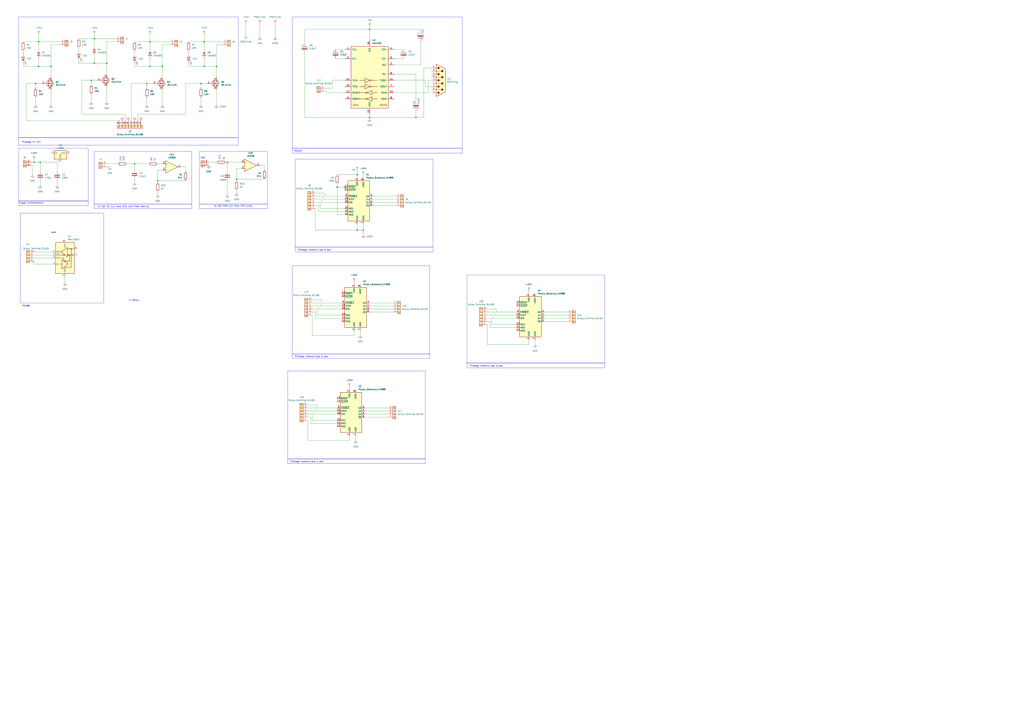
<source format=kicad_sch>
(kicad_sch (version 20231120) (generator "eeschema") (generator_version "8.0")
  (paper "A1")
  (title_block (title "Pilotage EV 24V / Pompe") (date "2024-06-20") (company "Integra Metering ") (comment 1 "Amine Hatibi"))
  (junction (at 177.8 54.61))
  (junction (at 186.69 133.35))
  (junction (at 303.53 96.52))
  (junction (at 293.37 143.51))
  (junction (at 123.19 54.61))
  (junction (at 120.65 68.58))
  (junction (at 41.91 54.61))
  (junction (at 123.19 34.29))
  (junction (at 77.47 52.07))
  (junction (at 77.47 31.75))
  (junction (at 129.54 148.59))
  (junction (at 29.21 68.58))
  (junction (at 194.31 147.32))
  (junction (at 110.49 134.62))
  (junction (at 74.93 66.04))
  (junction (at 165.1 68.58))
  (junction (at 31.75 34.29))
  (junction (at 341.63 96.52))
  (junction (at 276.86 153.67))
  (junction (at 303.53 24.13))
  (junction (at 33.02 133.35))
  (junction (at 283.21 153.67))
  (junction (at 27.94 133.35))
  (junction (at 87.63 52.07))
  (junction (at 31.75 54.61))
  (junction (at 167.64 34.29))
  (junction (at 293.37 189.23))
  (junction (at 133.35 54.61))
  (junction (at 298.45 189.23))
  (junction (at 167.64 54.61))
  (wire (pts (xy 255.27 342.9) (xy 252.73 342.9)))
  (wire (pts (xy 167.64 34.29) (xy 182.88 34.29)))
  (wire (pts (xy 265.43 161.29) (xy 259.08 161.29)))
  (wire (pts (xy 260.35 259.08) (xy 260.35 254)))
  (wire (pts (xy 290.83 271.78) (xy 290.83 275.59)))
  (wire (pts (xy 102.87 99.06) (xy 102.87 93.98)))
  (wire (pts (xy 298.45 189.23) (xy 293.37 189.23)))
  (wire (pts (xy 110.49 147.32) (xy 110.49 149.86)))
  (wire (pts (xy 87.63 71.12) (xy 87.63 83.82)))
  (wire (pts (xy 403.86 261.62) (xy 400.05 261.62)))
  (wire (pts (xy 293.37 184.15) (xy 293.37 189.23)))
  (wire (pts (xy 283.21 66.04) (xy 273.05 66.04)))
  (wire (pts (xy 283.21 161.29) (xy 266.7 161.29)))
  (wire (pts (xy 260.35 254) (xy 256.54 254)))
  (wire (pts (xy 256.54 345.44) (xy 256.54 340.36)))
  (wire (pts (xy 194.31 158.75) (xy 194.31 156.21)))
  (wire (pts (xy 110.49 41.91) (xy 110.49 44.45)))
  (wire (pts (xy 77.47 52.07) (xy 77.47 45.72)))
  (wire (pts (xy 306.07 163.83) (xy 325.12 163.83)))
  (wire (pts (xy 275.59 48.26) (xy 283.21 48.26)))
  (wire (pts (xy 123.19 54.61) (xy 133.35 54.61)))
  (wire (pts (xy 41.91 73.66) (xy 41.91 86.36)))
  (wire (pts (xy 264.16 248.92) (xy 264.16 246.38)))
  (wire (pts (xy 25.4 135.89) (xy 26.67 135.89)))
  (wire (pts (xy 33.02 133.35) (xy 33.02 140.97)))
  (wire (pts (xy 262.89 166.37) (xy 259.08 166.37)))
  (wire (pts (xy 129.54 160.02) (xy 129.54 157.48)))
  (wire (pts (xy 152.4 137.16) (xy 152.4 140.97)))
  (wire (pts (xy 77.47 52.07) (xy 87.63 52.07)))
  (wire (pts (xy 290.83 275.59) (xy 256.54 275.59)))
  (wire (pts (xy 167.64 34.29) (xy 167.64 40.64)))
  (wire (pts (xy 27.94 209.55) (xy 43.18 209.55)))
  (wire (pts (xy 250.19 43.18) (xy 250.19 96.52)))
  (wire (pts (xy 293.37 189.23) (xy 259.08 189.23)))
  (wire (pts (xy 347.98 55.88) (xy 347.98 96.52)))
  (wire (pts (xy 323.85 53.34) (xy 345.44 53.34)))
  (wire (pts (xy 167.64 54.61) (xy 177.8 54.61)))
  (wire (pts (xy 46.99 133.35) (xy 46.99 140.97)))
  (wire (pts (xy 177.8 36.83) (xy 177.8 54.61)))
  (wire (pts (xy 201.93 19.05) (xy 201.93 29.21)))
  (wire (pts (xy 323.85 66.04) (xy 349.25 66.04)))
  (wire (pts (xy 250.19 24.13) (xy 250.19 35.56)))
  (wire (pts (xy 154.94 52.07) (xy 154.94 54.61)))
  (wire (pts (xy 110.49 54.61) (xy 123.19 54.61)))
  (wire (pts (xy 256.54 275.59) (xy 256.54 259.08)))
  (wire (pts (xy 447.04 259.08) (xy 466.09 259.08)))
  (wire (pts (xy 129.54 139.7) (xy 129.54 148.59)))
  (wire (pts (xy 267.97 74.93) (xy 266.7 74.93)))
  (wire (pts (xy 165.1 68.58) (xy 165.1 72.39)))
  (wire (pts (xy 64.77 49.53) (xy 64.77 52.07)))
  (wire (pts (xy 198.12 138.43) (xy 194.31 138.43)))
  (wire (pts (xy 287.02 358.14) (xy 287.02 361.95)))
  (wire (pts (xy 407.67 254) (xy 400.05 254)))
  (wire (pts (xy 347.98 96.52) (xy 341.63 96.52)))
  (wire (pts (xy 259.08 337.82) (xy 259.08 335.28)))
  (wire (pts (xy 107.95 68.58) (xy 120.65 68.58)))
  (wire (pts (xy 167.64 27.94) (xy 167.64 34.29)))
  (wire (pts (xy 303.53 24.13) (xy 250.19 24.13)))
  (wire (pts (xy 323.85 40.64) (xy 331.47 40.64)))
  (wire (pts (xy 186.69 148.59) (xy 186.69 160.02)))
  (wire (pts (xy 133.35 36.83) (xy 133.35 54.61)))
  (wire (pts (xy 26.67 135.89) (xy 26.67 143.51)))
  (wire (pts (xy 21.59 99.06) (xy 97.79 99.06)))
  (wire (pts (xy 129.54 148.59) (xy 152.4 148.59)))
  (wire (pts (xy 299.72 340.36) (xy 318.77 340.36)))
  (wire (pts (xy 113.03 93.98) (xy 152.4 93.98)))
  (wire (pts (xy 351.79 66.04) (xy 354.33 66.04)))
  (wire (pts (xy 303.53 93.98) (xy 303.53 96.52)))
  (wire (pts (xy 290.83 231.14) (xy 290.83 233.68)))
  (wire (pts (xy 295.91 271.78) (xy 295.91 275.59)))
  (wire (pts (xy 424.18 261.62) (xy 405.13 261.62)))
  (wire (pts (xy 341.63 96.52) (xy 303.53 96.52)))
  (wire (pts (xy 27.94 217.17) (xy 43.18 217.17)))
  (wire (pts (xy 341.63 60.96) (xy 341.63 83.82)))
  (wire (pts (xy 303.53 254) (xy 322.58 254)))
  (wire (pts (xy 129.54 134.62) (xy 133.35 134.62)))
  (wire (pts (xy 276.86 340.36) (xy 257.81 340.36)))
  (wire (pts (xy 167.64 54.61) (xy 167.64 48.26)))
  (wire (pts (xy 299.72 335.28) (xy 318.77 335.28)))
  (wire (pts (xy 252.73 361.95) (xy 252.73 345.44)))
  (wire (pts (xy 25.4 133.35) (xy 27.94 133.35)))
  (wire (pts (xy 120.65 80.01) (xy 120.65 86.36)))
  (wire (pts (xy 177.8 54.61) (xy 177.8 63.5)))
  (wire (pts (xy 29.21 68.58) (xy 34.29 68.58)))
  (wire (pts (xy 77.47 31.75) (xy 77.47 38.1)))
  (wire (pts (xy 259.08 335.28) (xy 252.73 335.28)))
  (wire (pts (xy 276.86 151.13) (xy 276.86 153.67)))
  (wire (pts (xy 306.07 161.29) (xy 325.12 161.29)))
  (wire (pts (xy 262.89 171.45) (xy 262.89 166.37)))
  (wire (pts (xy 21.59 99.06) (xy 21.59 68.58)))
  (wire (pts (xy 298.45 189.23) (xy 298.45 193.04)))
  (wire (pts (xy 276.86 153.67) (xy 283.21 153.67)))
  (wire (pts (xy 345.44 34.29) (xy 345.44 53.34)))
  (wire (pts (xy 171.45 133.35) (xy 177.8 133.35)))
  (wire (pts (xy 256.54 340.36) (xy 252.73 340.36)))
  (wire (pts (xy 303.53 24.13) (xy 345.44 24.13)))
  (wire (pts (xy 213.36 135.89) (xy 217.17 135.89)))
  (wire (pts (xy 264.16 166.37) (xy 264.16 163.83)))
  (wire (pts (xy 107.95 99.06) (xy 107.95 68.58)))
  (wire (pts (xy 276.86 143.51) (xy 293.37 143.51)))
  (wire (pts (xy 354.33 55.88) (xy 347.98 55.88)))
  (wire (pts (xy 303.53 251.46) (xy 322.58 251.46)))
  (wire (pts (xy 19.05 54.61) (xy 31.75 54.61)))
  (wire (pts (xy 74.93 66.04) (xy 80.01 66.04)))
  (wire (pts (xy 95.25 34.29) (xy 87.63 34.29)))
  (wire (pts (xy 434.34 238.76) (xy 434.34 241.3)))
  (wire (pts (xy 276.86 153.67) (xy 276.86 176.53)))
  (wire (pts (xy 154.94 34.29) (xy 167.64 34.29)))
  (wire (pts (xy 64.77 39.37) (xy 64.77 41.91)))
  (wire (pts (xy 447.04 264.16) (xy 466.09 264.16)))
  (wire (pts (xy 299.72 342.9) (xy 318.77 342.9)))
  (wire (pts (xy 400.05 283.21) (xy 400.05 266.7)))
  (wire (pts (xy 165.1 80.01) (xy 165.1 86.36)))
  (wire (pts (xy 303.53 33.02) (xy 303.53 24.13)))
  (wire (pts (xy 276.86 335.28) (xy 260.35 335.28)))
  (wire (pts (xy 262.89 251.46) (xy 262.89 248.92)))
  (wire (pts (xy 110.49 134.62) (xy 121.92 134.62)))
  (wire (pts (xy 287.02 361.95) (xy 252.73 361.95)))
  (wire (pts (xy 280.67 248.92) (xy 264.16 248.92)))
  (wire (pts (xy 406.4 259.08) (xy 406.4 256.54)))
  (wire (pts (xy 267.97 76.2) (xy 267.97 74.93)))
  (wire (pts (xy 264.16 246.38) (xy 256.54 246.38)))
  (wire (pts (xy 261.62 173.99) (xy 261.62 168.91)))
  (wire (pts (xy 133.35 54.61) (xy 133.35 63.5)))
  (wire (pts (xy 27.94 207.01) (xy 43.18 207.01)))
  (wire (pts (xy 186.69 133.35) (xy 186.69 140.97)))
  (wire (pts (xy 27.94 130.81) (xy 27.94 133.35)))
  (wire (pts (xy 280.67 259.08) (xy 260.35 259.08)))
  (wire (pts (xy 349.25 71.12) (xy 354.33 71.12)))
  (wire (pts (xy 46.99 148.59) (xy 46.99 152.4)))
  (wire (pts (xy 49.53 36.83) (xy 41.91 36.83)))
  (wire (pts (xy 21.59 68.58) (xy 29.21 68.58)))
  (wire (pts (xy 31.75 54.61) (xy 31.75 48.26)))
  (wire (pts (xy 194.31 147.32) (xy 194.31 148.59)))
  (wire (pts (xy 120.65 68.58) (xy 125.73 68.58)))
  (wire (pts (xy 283.21 171.45) (xy 262.89 171.45)))
  (wire (pts (xy 31.75 34.29) (xy 31.75 27.94)))
  (wire (pts (xy 276.86 347.98) (xy 255.27 347.98)))
  (wire (pts (xy 287.02 317.5) (xy 287.02 320.04)))
  (wire (pts (xy 27.94 212.09) (xy 43.18 212.09)))
  (wire (pts (xy 276.86 337.82) (xy 259.08 337.82)))
  (wire (pts (xy 41.91 36.83) (xy 41.91 54.61)))
  (wire (pts (xy 303.53 248.92) (xy 322.58 248.92)))
  (wire (pts (xy 213.36 19.05) (xy 213.36 30.48)))
  (wire (pts (xy 265.43 163.83) (xy 265.43 161.29)))
  (wire (pts (xy 341.63 91.44) (xy 341.63 96.52)))
  (wire (pts (xy 280.67 251.46) (xy 262.89 251.46)))
  (wire (pts (xy 33.02 133.35) (xy 46.99 133.35)))
  (wire (pts (xy 283.21 76.2) (xy 267.97 76.2)))
  (wire (pts (xy 283.21 176.53) (xy 276.86 176.53)))
  (wire (pts (xy 102.87 93.98) (xy 67.31 93.98)))
  (wire (pts (xy 31.75 54.61) (xy 41.91 54.61)))
  (wire (pts (xy 123.19 34.29) (xy 139.7 34.29)))
  (wire (pts (xy 120.65 68.58) (xy 120.65 72.39)))
  (wire (pts (xy 293.37 143.51) (xy 293.37 146.05)))
  (wire (pts (xy 434.34 279.4) (xy 434.34 283.21)))
  (wire (pts (xy 306.07 166.37) (xy 325.12 166.37)))
  (wire (pts (xy 139.7 36.83) (xy 133.35 36.83)))
  (wire (pts (xy 27.94 133.35) (xy 33.02 133.35)))
  (wire (pts (xy 434.34 283.21) (xy 400.05 283.21)))
  (wire (pts (xy 293.37 139.7) (xy 293.37 143.51)))
  (wire (pts (xy 424.18 259.08) (xy 406.4 259.08)))
  (wire (pts (xy 41.91 54.61) (xy 41.91 63.5)))
  (wire (pts (xy 29.21 80.01) (xy 29.21 86.36)))
  (wire (pts (xy 31.75 34.29) (xy 49.53 34.29)))
  (wire (pts (xy 402.59 264.16) (xy 400.05 264.16)))
  (wire (pts (xy 280.67 261.62) (xy 259.08 261.62)))
  (wire (pts (xy 104.14 134.62) (xy 110.49 134.62)))
  (wire (pts (xy 424.18 256.54) (xy 407.67 256.54)))
  (wire (pts (xy 349.25 66.04) (xy 349.25 71.12)))
  (wire (pts (xy 186.69 133.35) (xy 198.12 133.35)))
  (wire (pts (xy 407.67 256.54) (xy 407.67 254)))
  (wire (pts (xy 74.93 77.47) (xy 74.93 83.82)))
  (wire (pts (xy 27.94 217.17) (xy 27.94 214.63)))
  (wire (pts (xy 345.44 26.67) (xy 345.44 24.13)))
  (wire (pts (xy 276.86 345.44) (xy 256.54 345.44)))
  (wire (pts (xy 266.7 161.29) (xy 266.7 158.75)))
  (wire (pts (xy 194.31 138.43) (xy 194.31 147.32)))
  (wire (pts (xy 283.21 153.67) (xy 283.21 156.21)))
  (wire (pts (xy 406.4 256.54) (xy 400.05 256.54)))
  (wire (pts (xy 323.85 60.96) (xy 341.63 60.96)))
  (wire (pts (xy 226.06 19.05) (xy 226.06 30.48)))
  (wire (pts (xy 323.85 48.26) (xy 331.47 48.26)))
  (wire (pts (xy 280.67 254) (xy 261.62 254)))
  (wire (pts (xy 87.63 134.62) (xy 96.52 134.62)))
  (wire (pts (xy 154.94 41.91) (xy 154.94 44.45)))
  (wire (pts (xy 405.13 261.62) (xy 405.13 259.08)))
  (wire (pts (xy 182.88 36.83) (xy 177.8 36.83)))
  (wire (pts (xy 403.86 266.7) (xy 403.86 261.62)))
  (wire (pts (xy 261.62 168.91) (xy 259.08 168.91)))
  (wire (pts (xy 303.53 96.52) (xy 303.53 97.79)))
  (wire (pts (xy 113.03 99.06) (xy 113.03 93.98)))
  (wire (pts (xy 87.63 34.29) (xy 87.63 52.07)))
  (wire (pts (xy 123.19 27.94) (xy 123.19 34.29)))
  (wire (pts (xy 129.54 148.59) (xy 129.54 149.86)))
  (wire (pts (xy 148.59 137.16) (xy 152.4 137.16)))
  (wire (pts (xy 447.04 261.62) (xy 466.09 261.62)))
  (wire (pts (xy 264.16 163.83) (xy 259.08 163.83)))
  (wire (pts (xy 255.27 347.98) (xy 255.27 342.9)))
  (wire (pts (xy 33.02 148.59) (xy 33.02 152.4)))
  (wire (pts (xy 123.19 34.29) (xy 123.19 40.64)))
  (wire (pts (xy 298.45 184.15) (xy 298.45 189.23)))
  (wire (pts (xy 303.53 256.54) (xy 322.58 256.54)))
  (wire (pts (xy 259.08 261.62) (xy 259.08 256.54)))
  (wire (pts (xy 87.63 52.07) (xy 87.63 60.96)))
  (wire (pts (xy 402.59 269.24) (xy 402.59 264.16)))
  (wire (pts (xy 64.77 31.75) (xy 77.47 31.75)))
  (wire (pts (xy 298.45 143.51) (xy 298.45 146.05)))
  (wire (pts (xy 266.7 158.75) (xy 259.08 158.75)))
  (wire (pts (xy 283.21 163.83) (xy 265.43 163.83)))
  (wire (pts (xy 283.21 173.99) (xy 261.62 173.99)))
  (wire (pts (xy 273.05 66.04) (xy 273.05 72.39)))
  (wire (pts (xy 154.94 54.61) (xy 167.64 54.61)))
  (wire (pts (xy 262.89 248.92) (xy 256.54 248.92)))
  (wire (pts (xy 323.85 76.2) (xy 351.79 76.2)))
  (wire (pts (xy 259.08 189.23) (xy 259.08 171.45)))
  (wire (pts (xy 31.75 34.29) (xy 31.75 40.64)))
  (wire (pts (xy 110.49 134.62) (xy 110.49 139.7)))
  (wire (pts (xy 110.49 52.07) (xy 110.49 54.61)))
  (wire (pts (xy 90.17 137.16) (xy 87.63 137.16)))
  (wire (pts (xy 152.4 68.58) (xy 152.4 93.98)))
  (wire (pts (xy 19.05 34.29) (xy 31.75 34.29)))
  (wire (pts (xy 299.72 337.82) (xy 318.77 337.82)))
  (wire (pts (xy 259.08 256.54) (xy 256.54 256.54)))
  (wire (pts (xy 165.1 68.58) (xy 170.18 68.58)))
  (wire (pts (xy 19.05 52.07) (xy 19.05 54.61)))
  (wire (pts (xy 260.35 332.74) (xy 252.73 332.74)))
  (wire (pts (xy 306.07 168.91) (xy 325.12 168.91)))
  (wire (pts (xy 257.81 337.82) (xy 252.73 337.82)))
  (wire (pts (xy 53.34 227.33) (xy 53.34 232.41)))
  (wire (pts (xy 424.18 266.7) (xy 403.86 266.7)))
  (wire (pts (xy 152.4 68.58) (xy 165.1 68.58)))
  (wire (pts (xy 177.8 73.66) (xy 177.8 86.36)))
  (wire (pts (xy 275.59 40.64) (xy 283.21 40.64)))
  (wire (pts (xy 273.05 72.39) (xy 266.7 72.39)))
  (wire (pts (xy 303.53 21.59) (xy 303.53 24.13)))
  (wire (pts (xy 29.21 68.58) (xy 29.21 72.39)))
  (wire (pts (xy 185.42 133.35) (xy 186.69 133.35)))
  (wire (pts (xy 194.31 147.32) (xy 217.17 147.32)))
  (wire (pts (xy 77.47 31.75) (xy 95.25 31.75)))
  (wire (pts (xy 110.49 34.29) (xy 123.19 34.29)))
  (wire (pts (xy 133.35 139.7) (xy 129.54 139.7)))
  (wire (pts (xy 447.04 256.54) (xy 466.09 256.54)))
  (wire (pts (xy 261.62 251.46) (xy 256.54 251.46)))
  (wire (pts (xy 217.17 135.89) (xy 217.17 139.7)))
  (wire (pts (xy 283.21 166.37) (xy 264.16 166.37)))
  (wire (pts (xy 439.42 279.4) (xy 439.42 283.21)))
  (wire (pts (xy 405.13 259.08) (xy 400.05 259.08)))
  (wire (pts (xy 424.18 269.24) (xy 402.59 269.24)))
  (wire (pts (xy 64.77 52.07) (xy 77.47 52.07)))
  (wire (pts (xy 74.93 66.04) (xy 74.93 69.85)))
  (wire (pts (xy 250.19 96.52) (xy 303.53 96.52)))
  (wire (pts (xy 67.31 66.04) (xy 74.93 66.04)))
  (wire (pts (xy 292.1 358.14) (xy 292.1 361.95)))
  (wire (pts (xy 260.35 335.28) (xy 260.35 332.74)))
  (wire (pts (xy 77.47 27.94) (xy 77.47 31.75)))
  (wire (pts (xy 257.81 340.36) (xy 257.81 337.82)))
  (wire (pts (xy 133.35 73.66) (xy 133.35 86.36)))
  (wire (pts (xy 351.79 76.2) (xy 351.79 66.04)))
  (wire (pts (xy 123.19 54.61) (xy 123.19 48.26)))
  (wire (pts (xy 19.05 41.91) (xy 19.05 44.45)))
  (wire (pts (xy 261.62 254) (xy 261.62 251.46)))
  (wire (pts (xy 67.31 93.98) (xy 67.31 66.04)))
  (rectangle (start 242.57 130.81) (end 355.6 203.2))
  (rectangle (start 240.03 121.92) (end 379.73 125.73))
  (rectangle (start 240.03 290.83) (end 353.06 294.64))
  (rectangle (start 15.24 121.92) (end 72.39 165.1))
  (rectangle (start 240.03 13.97) (end 379.73 121.92))
  (rectangle (start 383.54 298.45) (end 496.57 302.26))
  (rectangle (start 15.24 113.03) (end 195.58 119.38))
  (rectangle (start 163.83 124.46) (end 219.71 167.64))
  (rectangle (start 163.83 167.64) (end 219.71 171.45))
  (rectangle (start 77.47 167.64) (end 157.48 171.45))
  (rectangle (start 383.54 226.06) (end 496.57 298.45))
  (rectangle (start 77.47 124.46) (end 157.48 167.64))
  (rectangle (start 15.24 13.97) (end 195.58 113.03))
  (rectangle (start 242.57 203.2) (end 355.6 207.01))
  (rectangle (start 236.22 304.8) (end 349.25 377.19))
  (rectangle (start 240.03 218.44) (end 353.06 290.83))
  (rectangle (start 236.22 377.19) (end 349.25 381))
  (rectangle (start 15.24 165.1) (end 72.39 168.91))
  (rectangle (start 16.51 175.26) (end 85.09 248.92))
  (text "capa grd\n" (at 44.196 191.008 0) (effects (font (size 0.5588 0.5588))))
  (text "Pilotage moteurs pas à pas" (at 251.968 379.476 0) (effects (font (size 1.27 1.27))))
  (text "Pilotage moteurs pas à pas" (at 255.778 293.116 0) (effects (font (size 1.27 1.27))))
  (text "RS485" (at 21.59 251.46 0) (effects (font (size 1.27 1.27))))
  (text "UART_TX\n" (at 26.924 215.646 0) (effects (font (size 0.254 0.254))))
  (text "0-10V DC (J1 from CPU Unit PWM 10KHz)\n\n" (at 101.346 170.942 0) (effects (font (size 1.27 1.27))))
  (text "4-20ma\n" (at 109.728 246.888 0) (effects (font (size 1.27 1.27))))
  (text "0-10V PWM (J1 from CPU Unit)\n\n" (at 191.516 170.434 0) (effects (font (size 1.27 1.27))))
  (text "RS232" (at 244.856 124.206 0) (effects (font (size 1.27 1.27))))
  (text "Pilotage moteurs pas à pas" (at 399.288 300.736 0) (effects (font (size 1.27 1.27))))
  (text "Pilotage moteurs pas à pas" (at 258.318 205.486 0) (effects (font (size 1.27 1.27))))
  (text "Etage d'alimentation\n\n" (at 25.908 167.894 0) (effects (font (size 1.27 1.27))))
  (text "UART_RX\n" (at 27.432 206.502 0) (effects (font (size 0.254 0.254))))
  (text "Pilotage EV 24V\n" (at 25.654 116.84 0) (effects (font (size 1.27 1.27))))
  (symbol (lib_id "Connector:Screw_Terminal_01x06") (at 394.97 261.62 180) (unit 1)
    (property "Reference" "J18" (at 394.97 247.65 0))
    (property "Value" "Screw_Terminal_01x06" (at 394.97 250.19 0))
    (property "Description" "Generic screw terminal, single row, 01x06, script generated (kicad-library-utils/schlib/autogen/connector/)" (effects (hide yes)))
  )
  (symbol (lib_id "Device:C_Polarized") (at 341.63 87.63 180) (unit 1)
    (property "Reference" "C6" (at 340.106 84.328 90))
    (property "Value" "2.2µF" (at 343.662 83.058 90))
    (property "Description" "Polarized capacitor" (effects (hide yes)))
  )
  (symbol (lib_id "power:GND") (at 177.8 86.36 0) (unit 1)
    (property "Reference" "#PWR012" (effects (hide yes)))
    (property "Value" "GND2" (at 180.34 87.6299 0) (effects (justify left)))
    (property "Description" "Power symbol creates a global label with name \"GND\" , ground" (effects (hide yes)))
  )
  (symbol (lib_id "Device:C_Polarized") (at 331.47 44.45 0) (unit 1)
    (property "Reference" "C5" (at 335.28 42.2909 0) (effects (justify left)))
    (property "Value" "2.2µF" (at 335.28 44.8309 0) (effects (justify left)))
    (property "Description" "Polarized capacitor" (effects (hide yes)))
  )
  (symbol (lib_id "Connector:Screw_Terminal_01x02") (at 144.78 34.29 0) (unit 1)
    (property "Reference" "J5" (at 147.32 34.2899 0) (effects (justify left)))
    (property "Value" "Screw_Terminal_01x02" (effects (hide yes)))
    (property "Description" "Generic screw terminal, single row, 01x02, script generated (kicad-library-utils/schlib/autogen/connector/)" (effects (hide yes)))
  )
  (symbol (lib_id "Transistor_FET:IRLZ44N") (at 130.81 68.58 0) (unit 1)
    (property "Reference" "Q3" (at 137.16 67.3099 0) (effects (justify left)))
    (property "Value" "IRLZ44N" (at 137.16 69.8499 0) (effects (justify left)))
    (property "Footprint" "Package_TO_SOT_THT:TO-220-3_Vertical" (effects (hide yes)))
    (property "Datasheet" "http://www.irf.com/product-info/datasheets/data/irlz44n.pdf" (effects (hide yes)))
    (property "Description" "47A Id, 55V Vds, 22mOhm Rds Single N-Channel HEXFET Power MOSFET, TO-220AB" (effects (hide yes)))
  )
  (symbol (lib_id "power:GND") (at 171.45 135.89 0) (unit 1)
    (property "Reference" "#PWR027" (effects (hide yes)))
    (property "Value" "GND" (at 171.45 140.97 0))
    (property "Description" "Power symbol creates a global label with name \"GND\" , ground" (effects (hide yes)))
  )
  (symbol (lib_id "power:GND") (at 46.99 152.4 0) (unit 1)
    (property "Reference" "#PWR018" (effects (hide yes)))
    (property "Value" "GND" (at 46.99 157.48 0))
    (property "Description" "Power symbol creates a global label with name \"GND\" , ground" (effects (hide yes)))
  )
  (symbol (lib_name "R_1") (lib_id "Device:R") (at 125.73 134.62 90) (unit 1)
    (property "Reference" "R9" (at 124.4599 132.08 0) (effects (justify left)))
    (property "Value" "5k" (at 126.9999 132.08 0) (effects (justify left)))
    (property "Footprint" "Resistor_THT:R_Axial_DIN0411_L9.9mm_D3.6mm_P12.70mm_Horizontal" (effects (hide yes)))
    (property "Description" "Resistor" (effects (hide yes)))
  )
  (symbol (lib_id "Connector:Screw_Terminal_01x02") (at 54.61 34.29 0) (unit 1)
    (property "Reference" "J3" (at 57.15 34.2899 0) (effects (justify left)))
    (property "Value" "Screw_Terminal_01x02" (effects (hide yes)))
    (property "Description" "Generic screw terminal, single row, 01x02, script generated (kicad-library-utils/schlib/autogen/connector/)" (effects (hide yes)))
  )
  (symbol (lib_id "Connector:Screw_Terminal_01x06") (at 254 166.37 180) (unit 1)
    (property "Reference" "J8" (at 254 152.4 0))
    (property "Value" "Screw_Terminal_01x06" (at 254 154.94 0))
    (property "Description" "Generic screw terminal, single row, 01x06, script generated (kicad-library-utils/schlib/autogen/connector/)" (effects (hide yes)))
  )
  (symbol (lib_id "power:VCC") (at 123.19 27.94 0) (unit 1)
    (property "Reference" "#PWR024" (effects (hide yes)))
    (property "Value" "+24V" (at 123.19 22.86 0))
    (property "Description" "Power symbol creates a global label with name \"VCC\"" (effects (hide yes)))
  )
  (symbol (lib_id "Device:C") (at 46.99 144.78 0) (unit 1)
    (property "Reference" "C2" (at 50.8 143.5099 0) (effects (justify left)))
    (property "Value" "100n" (at 50.8 146.0499 0) (effects (justify left)))
    (property "Description" "Unpolarized capacitor" (effects (hide yes)))
  )
  (symbol (lib_id "power:PWR_FLAG") (at 201.93 29.21 180) (unit 1)
    (property "Reference" "#FLG01" (effects (hide yes)))
    (property "Value" "PWR_FLAG" (at 201.93 34.29 0))
    (property "Description" "Special symbol for telling ERC where power comes from" (effects (hide yes)))
  )
  (symbol (lib_name "R_1") (lib_id "Device:R") (at 165.1 76.2 0) (unit 1)
    (property "Reference" "R8" (at 167.64 74.9299 0) (effects (justify left)))
    (property "Value" "10K" (at 167.64 77.4699 0) (effects (justify left)))
    (property "Footprint" "Resistor_THT:R_Axial_DIN0411_L9.9mm_D3.6mm_P12.70mm_Horizontal" (effects (hide yes)))
    (property "Description" "Resistor" (effects (hide yes)))
  )
  (symbol (lib_name "R_1") (lib_id "Device:R") (at 217.17 143.51 180) (unit 1)
    (property "Reference" "R14" (at 214.63 144.7801 0) (effects (justify left)))
    (property "Value" "5k" (at 214.63 142.2401 0) (effects (justify left)))
    (property "Footprint" "Resistor_THT:R_Axial_DIN0411_L9.9mm_D3.6mm_P12.70mm_Horizontal" (effects (hide yes)))
    (property "Description" "Resistor" (effects (hide yes)))
  )
  (symbol (lib_id "Connector:Screw_Terminal_01x04") (at 323.85 337.82 0) (unit 1)
    (property "Reference" "J17" (at 326.39 337.8199 0) (effects (justify left)))
    (property "Value" "Screw_Terminal_01x04" (at 326.39 340.3599 0) (effects (justify left)))
    (property "Description" "Generic screw terminal, single row, 01x04, script generated (kicad-library-utils/schlib/autogen/connector/)" (effects (hide yes)))
  )
  (symbol (lib_id "Connector:Screw_Terminal_01x04") (at 471.17 259.08 0) (unit 1)
    (property "Reference" "J19" (at 473.71 259.0799 0) (effects (justify left)))
    (property "Value" "Screw_Terminal_01x04" (at 473.71 261.6199 0) (effects (justify left)))
    (property "Description" "Generic screw terminal, single row, 01x04, script generated (kicad-library-utils/schlib/autogen/connector/)" (effects (hide yes)))
  )
  (symbol (lib_id "power:PWR_FLAG") (at 213.36 19.05 0) (unit 1)
    (property "Reference" "#FLG02" (effects (hide yes)))
    (property "Value" "PWR_FLAG" (at 213.36 13.97 0))
    (property "Description" "Special symbol for telling ERC where power comes from" (effects (hide yes)))
  )
  (symbol (lib_id "Connector:Screw_Terminal_01x02") (at 82.55 137.16 180) (unit 1)
    (property "Reference" "J1" (at 82.55 130.81 0))
    (property "Value" "Screw_Terminal_01x02" (effects (hide yes)))
    (property "Description" "Generic screw terminal, single row, 01x02, script generated (kicad-library-utils/schlib/autogen/connector/)" (effects (hide yes)))
  )
  (symbol (lib_id "Device:C") (at 110.49 143.51 0) (unit 1)
    (property "Reference" "C3" (at 114.3 142.2399 0) (effects (justify left)))
    (property "Value" "2.2µF" (at 114.3 144.7799 0) (effects (justify left)))
    (property "Description" "Unpolarized capacitor" (effects (hide yes)))
  )
  (symbol (lib_id "power:VCC") (at 167.64 27.94 0) (unit 1)
    (property "Reference" "#PWR025" (effects (hide yes)))
    (property "Value" "+24V" (at 167.64 22.86 0))
    (property "Description" "Power symbol creates a global label with name \"VCC\"" (effects (hide yes)))
  )
  (symbol (lib_name "R_1") (lib_id "Device:R") (at 152.4 144.78 180) (unit 1)
    (property "Reference" "R11" (at 149.86 146.0501 0) (effects (justify left)))
    (property "Value" "5k" (at 149.86 143.5101 0) (effects (justify left)))
    (property "Footprint" "Resistor_THT:R_Axial_DIN0411_L9.9mm_D3.6mm_P12.70mm_Horizontal" (effects (hide yes)))
    (property "Description" "Resistor" (effects (hide yes)))
  )
  (symbol (lib_id "power:GND") (at 298.45 193.04 0) (unit 1)
    (property "Reference" "#PWR013" (effects (hide yes)))
    (property "Value" "GND2" (at 300.99 194.3099 0) (effects (justify left)))
    (property "Description" "Power symbol creates a global label with name \"GND\" , ground" (effects (hide yes)))
  )
  (symbol (lib_id "Device:C") (at 186.69 144.78 180) (unit 1)
    (property "Reference" "C9" (at 181.102 144.78 0) (effects (justify right)))
    (property "Value" "100nF" (at 180.34 147.828 0) (effects (justify right)))
    (property "Description" "Unpolarized capacitor" (effects (hide yes)))
  )
  (symbol (lib_name "R_1") (lib_id "Device:R") (at 120.65 76.2 0) (unit 1)
    (property "Reference" "R6" (at 123.19 74.9299 0) (effects (justify left)))
    (property "Value" "10K" (at 123.19 77.4699 0) (effects (justify left)))
    (property "Footprint" "Resistor_THT:R_Axial_DIN0411_L9.9mm_D3.6mm_P12.70mm_Horizontal" (effects (hide yes)))
    (property "Description" "Resistor" (effects (hide yes)))
  )
  (symbol (lib_id "Driver_Motor:Pololu_Breakout_A4988") (at 293.37 163.83 0) (unit 1)
    (property "Reference" "A1" (at 300.6441 143.51 0) (effects (justify left)))
    (property "Value" "Pololu_Breakout_A4988" (at 300.6441 146.05 0) (effects (justify left)))
    (property "Footprint" "Module:Pololu_Breakout-16_15.2x20.3mm" (effects (hide yes)))
    (property "Datasheet" "https://www.pololu.com/product/2980/pictures" (effects (hide yes)))
    (property "Description" "Pololu Breakout Board, Stepper Driver A4988" (effects (hide yes)))
  )
  (symbol (lib_id "power:GND") (at 194.31 158.75 0) (unit 1)
    (property "Reference" "#PWR028" (effects (hide yes)))
    (property "Value" "GND" (at 194.31 163.83 0))
    (property "Description" "Power symbol creates a global label with name \"GND\" , ground" (effects (hide yes)))
  )
  (symbol (lib_id "Amplifier_Operational:LM358") (at 205.74 135.89 0) (unit 1)
    (property "Reference" "U3" (at 205.74 125.73 0))
    (property "Value" "LM358" (at 205.74 128.27 0))
    (property "Datasheet" "http://www.ti.com/lit/ds/symlink/lm2904-n.pdf" (effects (hide yes)))
    (property "Description" "Low-Power, Dual Operational Amplifiers, DIP-8/SOIC-8/TO-99-8" (effects (hide yes)))
  )
  (symbol (lib_id "Device:R") (at 154.94 38.1 0) (unit 1)
    (property "Reference" "R7" (at 157.48 36.8299 0) (effects (justify left)))
    (property "Value" "130" (at 157.48 39.3699 0) (effects (justify left)))
    (property "Footprint" "Resistor_THT:R_Axial_DIN0411_L9.9mm_D3.6mm_P12.70mm_Horizontal" (effects (hide yes)))
    (property "Description" "Resistor" (effects (hide yes)))
  )
  (symbol (lib_id "power:GND") (at 295.91 275.59 0) (unit 1)
    (property "Reference" "#PWR033" (effects (hide yes)))
    (property "Value" "GND" (at 295.91 280.67 0))
    (property "Description" "Power symbol creates a global label with name \"GND\" , ground" (effects (hide yes)))
  )
  (symbol (lib_id "Driver_Motor:Pololu_Breakout_A4988") (at 290.83 251.46 0) (unit 1)
    (property "Reference" "A2" (at 298.1041 231.14 0) (effects (justify left)))
    (property "Value" "Pololu_Breakout_A4988" (at 298.1041 233.68 0) (effects (justify left)))
    (property "Footprint" "Module:Pololu_Breakout-16_15.2x20.3mm" (effects (hide yes)))
    (property "Datasheet" "https://www.pololu.com/product/2980/pictures" (effects (hide yes)))
    (property "Description" "Pololu Breakout Board, Stepper Driver A4988" (effects (hide yes)))
  )
  (symbol (lib_id "Connector:Screw_Terminal_01x02") (at 261.62 74.93 180) (unit 1)
    (property "Reference" "J12" (at 261.62 66.04 0))
    (property "Value" "Screw_Terminal_01x02" (at 261.62 68.58 0))
    (property "Description" "Generic screw terminal, single row, 01x02, script generated (kicad-library-utils/schlib/autogen/connector/)" (effects (hide yes)))
  )
  (symbol (lib_id "power:GND") (at 110.49 99.06 180) (unit 1)
    (property "Reference" "#PWR07" (effects (hide yes)))
    (property "Value" "GND" (effects (hide yes)))
    (property "Description" "Power symbol creates a global label with name \"GND\" , ground" (effects (hide yes)))
  )
  (symbol (lib_id "Device:C_Polarized") (at 250.19 39.37 0) (unit 1)
    (property "Reference" "C8" (at 254 37.2109 0) (effects (justify left)))
    (property "Value" "2.2µF" (at 254 39.7509 0) (effects (justify left)))
    (property "Description" "Polarized capacitor" (effects (hide yes)))
  )
  (symbol (lib_id "power:VCC") (at 77.47 27.94 0) (unit 1)
    (property "Reference" "#PWR023" (effects (hide yes)))
    (property "Value" "+24V" (at 77.47 22.86 0))
    (property "Description" "Power symbol creates a global label with name \"VCC\"" (effects (hide yes)))
  )
  (symbol (lib_id "Transistor_FET:IRLZ44N") (at 39.37 68.58 0) (unit 1)
    (property "Reference" "Q1" (at 45.72 67.3099 0) (effects (justify left)))
    (property "Value" "IRLZ44N" (at 45.72 69.8499 0) (effects (justify left)))
    (property "Footprint" "Package_TO_SOT_THT:TO-220-3_Vertical" (effects (hide yes)))
    (property "Datasheet" "http://www.irf.com/product-info/datasheets/data/irlz44n.pdf" (effects (hide yes)))
    (property "Description" "47A Id, 55V Vds, 22mOhm Rds Single N-Channel HEXFET Power MOSFET, TO-220AB" (effects (hide yes)))
  )
  (symbol (lib_id "Connector:Screw_Terminal_01x04") (at 327.66 251.46 0) (unit 1)
    (property "Reference" "J15" (at 330.2 251.4599 0) (effects (justify left)))
    (property "Value" "Screw_Terminal_01x04" (at 330.2 253.9999 0) (effects (justify left)))
    (property "Description" "Generic screw terminal, single row, 01x04, script generated (kicad-library-utils/schlib/autogen/connector/)" (effects (hide yes)))
  )
  (symbol (lib_id "power:GND") (at 226.06 30.48 0) (unit 1)
    (property "Reference" "#PWR040" (effects (hide yes)))
    (property "Value" "GND2" (at 226.06 35.56 0))
    (property "Description" "Power symbol creates a global label with name \"GND\" , ground" (effects (hide yes)))
  )
  (symbol (lib_id "power:VCC") (at 201.93 19.05 0) (unit 1)
    (property "Reference" "#PWR020" (effects (hide yes)))
    (property "Value" "+24V" (at 201.93 13.97 0))
    (property "Description" "Power symbol creates a global label with name \"VCC\"" (effects (hide yes)))
  )
  (symbol (lib_id "power:GND") (at 129.54 160.02 0) (unit 1)
    (property "Reference" "#PWR014" (effects (hide yes)))
    (property "Value" "GND" (at 129.54 165.1 0))
    (property "Description" "Power symbol creates a global label with name \"GND\" , ground" (effects (hide yes)))
  )
  (symbol (lib_id "Device:R") (at 19.05 38.1 0) (unit 1)
    (property "Reference" "R2" (at 21.59 36.8299 0) (effects (justify left)))
    (property "Value" "130" (at 21.59 39.3699 0) (effects (justify left)))
    (property "Footprint" "Resistor_THT:R_Axial_DIN0411_L9.9mm_D3.6mm_P12.70mm_Horizontal" (effects (hide yes)))
    (property "Description" "Resistor" (effects (hide yes)))
  )
  (symbol (lib_id "Device:C") (at 33.02 144.78 0) (unit 1)
    (property "Reference" "C1" (at 36.83 143.5099 0) (effects (justify left)))
    (property "Value" "470µ" (at 36.83 146.0499 0) (effects (justify left)))
    (property "Description" "Unpolarized capacitor" (effects (hide yes)))
  )
  (symbol (lib_id "Diode:1N4001") (at 123.19 44.45 270) (unit 1)
    (property "Reference" "D6" (at 125.73 43.1799 90) (effects (justify left)))
    (property "Value" "1N4001" (at 125.73 45.7199 90) (effects (justify left)))
    (property "Footprint" "Diode_THT:D_DO-41_SOD81_P10.16mm_Horizontal" (effects (hide yes)))
    (property "Datasheet" "http://www.vishay.com/docs/88503/1n4001.pdf" (effects (hide yes)))
    (property "Description" "50V 1A General Purpose Rectifier Diode, DO-41" (effects (hide yes)))
    (property "Sim.Device" "D" (effects (hide yes)))
    (property "Sim.Pins" "1=K 2=A" (effects (hide yes)))
  )
  (symbol (lib_id "Diode:1N4001") (at 167.64 44.45 270) (unit 1)
    (property "Reference" "D8" (at 170.18 43.1799 90) (effects (justify left)))
    (property "Value" "1N4001" (at 170.18 45.7199 90) (effects (justify left)))
    (property "Footprint" "Diode_THT:D_DO-41_SOD81_P10.16mm_Horizontal" (effects (hide yes)))
    (property "Datasheet" "http://www.vishay.com/docs/88503/1n4001.pdf" (effects (hide yes)))
    (property "Description" "50V 1A General Purpose Rectifier Diode, DO-41" (effects (hide yes)))
    (property "Sim.Device" "D" (effects (hide yes)))
    (property "Sim.Pins" "1=K 2=A" (effects (hide yes)))
  )
  (symbol (lib_id "Driver_Motor:Pololu_Breakout_A4988") (at 287.02 337.82 0) (unit 1)
    (property "Reference" "A3" (at 294.2941 317.5 0) (effects (justify left)))
    (property "Value" "Pololu_Breakout_A4988" (at 294.2941 320.04 0) (effects (justify left)))
    (property "Footprint" "Module:Pololu_Breakout-16_15.2x20.3mm" (effects (hide yes)))
    (property "Datasheet" "https://www.pololu.com/product/2980/pictures" (effects (hide yes)))
    (property "Description" "Pololu Breakout Board, Stepper Driver A4988" (effects (hide yes)))
  )
  (symbol (lib_id "power:GND") (at 26.67 143.51 0) (unit 1)
    (property "Reference" "#PWR019" (effects (hide yes)))
    (property "Value" "GND" (at 26.67 148.59 0))
    (property "Description" "Power symbol creates a global label with name \"GND\" , ground" (effects (hide yes)))
  )
  (symbol (lib_id "power:GND") (at 303.53 97.79 0) (unit 1)
    (property "Reference" "#PWR037" (effects (hide yes)))
    (property "Value" "GND" (at 303.53 102.87 0))
    (property "Description" "Power symbol creates a global label with name \"GND\" , ground" (effects (hide yes)))
  )
  (symbol (lib_id "Connector:Screw_Terminal_01x02") (at 187.96 34.29 0) (unit 1)
    (property "Reference" "J6" (at 190.5 34.2899 0) (effects (justify left)))
    (property "Value" "Screw_Terminal_01x02" (effects (hide yes)))
    (property "Description" "Generic screw terminal, single row, 01x02, script generated (kicad-library-utils/schlib/autogen/connector/)" (effects (hide yes)))
  )
  (symbol (lib_id "power:VCC") (at 303.53 21.59 0) (unit 1)
    (property "Reference" "#PWR030" (effects (hide yes)))
    (property "Value" "+5V" (at 303.53 16.51 0))
    (property "Description" "Power symbol creates a global label with name \"VCC\"" (effects (hide yes)))
  )
  (symbol (lib_name "R_1") (lib_id "Device:R") (at 194.31 152.4 0) (unit 1)
    (property "Reference" "R13" (at 196.85 151.1299 0) (effects (justify left)))
    (property "Value" "5k" (at 196.85 153.6699 0) (effects (justify left)))
    (property "Footprint" "Resistor_THT:R_Axial_DIN0411_L9.9mm_D3.6mm_P12.70mm_Horizontal" (effects (hide yes)))
    (property "Description" "Resistor" (effects (hide yes)))
  )
  (symbol (lib_id "Connector:Screw_Terminal_01x02") (at 166.37 135.89 180) (unit 1)
    (property "Reference" "J10" (at 166.37 129.54 0))
    (property "Value" "Screw_Terminal_01x02" (effects (hide yes)))
    (property "Description" "Generic screw terminal, single row, 01x02, script generated (kicad-library-utils/schlib/autogen/connector/)" (effects (hide yes)))
  )
  (symbol (lib_id "Device:LED") (at 110.49 48.26 90) (unit 1)
    (property "Reference" "D5" (effects (hide yes)))
    (property "Value" "LED" (at 113.538 48.26 90) (effects (justify right)))
    (property "Description" "Light emitting diode" (effects (hide yes)))
  )
  (symbol (lib_id "power:GND") (at 41.91 86.36 0) (unit 1)
    (property "Reference" "#PWR01" (effects (hide yes)))
    (property "Value" "GND" (at 41.91 91.44 0))
    (property "Description" "Power symbol creates a global label with name \"GND\" , ground" (effects (hide yes)))
  )
  (symbol (lib_name "R_1") (lib_id "Device:R") (at 129.54 153.67 0) (unit 1)
    (property "Reference" "R10" (at 132.08 152.3999 0) (effects (justify left)))
    (property "Value" "5k" (at 132.08 154.9399 0) (effects (justify left)))
    (property "Footprint" "Resistor_THT:R_Axial_DIN0411_L9.9mm_D3.6mm_P12.70mm_Horizontal" (effects (hide yes)))
    (property "Description" "Resistor" (effects (hide yes)))
  )
  (symbol (lib_id "power:VCC") (at 27.94 130.81 0) (unit 1)
    (property "Reference" "#PWR022" (effects (hide yes)))
    (property "Value" "+24V" (at 27.94 125.73 0))
    (property "Description" "Power symbol creates a global label with name \"VCC\"" (effects (hide yes)))
  )
  (symbol (lib_id "power:VCC") (at 287.02 317.5 0) (unit 1)
    (property "Reference" "#PWR034" (effects (hide yes)))
    (property "Value" "+24V" (at 287.02 312.42 0))
    (property "Description" "Power symbol creates a global label with name \"VCC\"" (effects (hide yes)))
  )
  (symbol (lib_id "Interface_UART:MAX232") (at 303.53 63.5 0) (unit 1)
    (property "Reference" "U2" (at 305.7241 33.02 0) (effects (justify left)))
    (property "Value" "MAX232" (at 305.7241 35.56 0) (effects (justify left)))
    (property "Datasheet" "http://www.ti.com/lit/ds/symlink/max232.pdf" (effects (hide yes)))
    (property "Description" "Dual RS232 driver/receiver, 5V supply, 120kb/s, 0C-70C" (effects (hide yes)))
  )
  (symbol (lib_name "R_1") (lib_id "Device:R") (at 100.33 134.62 90) (unit 1)
    (property "Reference" "R15" (at 99.0599 132.08 0) (effects (justify left)))
    (property "Value" "200" (at 101.5999 132.08 0) (effects (justify left)))
    (property "Footprint" "Resistor_THT:R_Axial_DIN0411_L9.9mm_D3.6mm_P12.70mm_Horizontal" (effects (hide yes)))
    (property "Description" "Resistor" (effects (hide yes)))
  )
  (symbol (lib_id "Device:C_Polarized") (at 345.44 30.48 180) (unit 1)
    (property "Reference" "C7" (at 343.408 27.94 90))
    (property "Value" "2.2µF" (at 346.964 26.162 90))
    (property "Description" "Polarized capacitor" (effects (hide yes)))
  )
  (symbol (lib_id "power:GND") (at 120.65 86.36 0) (unit 1)
    (property "Reference" "#PWR08" (effects (hide yes)))
    (property "Value" "GND" (at 120.65 91.44 0))
    (property "Description" "Power symbol creates a global label with name \"GND\" , ground" (effects (hide yes)))
  )
  (symbol (lib_id "Diode:1N4001") (at 77.47 41.91 270) (unit 1)
    (property "Reference" "D4" (at 80.01 40.6399 90) (effects (justify left)))
    (property "Value" "1N4001" (at 80.01 43.1799 90) (effects (justify left)))
    (property "Footprint" "Diode_THT:D_DO-41_SOD81_P10.16mm_Horizontal" (effects (hide yes)))
    (property "Datasheet" "http://www.vishay.com/docs/88503/1n4001.pdf" (effects (hide yes)))
    (property "Description" "50V 1A General Purpose Rectifier Diode, DO-41" (effects (hide yes)))
    (property "Sim.Device" "D" (effects (hide yes)))
    (property "Sim.Pins" "1=K 2=A" (effects (hide yes)))
  )
  (symbol (lib_id "power:GND") (at 213.36 30.48 0) (unit 1)
    (property "Reference" "#PWR021" (effects (hide yes)))
    (property "Value" "GND" (at 213.36 35.56 0))
    (property "Description" "Power symbol creates a global label with name \"GND\" , ground" (effects (hide yes)))
  )
  (symbol (lib_id "power:VCC") (at 293.37 139.7 0) (unit 1)
    (property "Reference" "#PWR026" (effects (hide yes)))
    (property "Value" "+5v" (at 288.29 139.446 0) (effects (justify left)))
    (property "Description" "Power symbol creates a global label with name \"VCC\"" (effects (hide yes)))
  )
  (symbol (lib_id "Connector:Screw_Terminal_01x06") (at 247.65 340.36 180) (unit 1)
    (property "Reference" "J16" (at 247.65 326.39 0))
    (property "Value" "Screw_Terminal_01x06" (at 247.65 328.93 0))
    (property "Description" "Generic screw terminal, single row, 01x06, script generated (kicad-library-utils/schlib/autogen/connector/)" (effects (hide yes)))
  )
  (symbol (lib_id "Device:LED") (at 19.05 48.26 90) (unit 1)
    (property "Reference" "D2" (effects (hide yes)))
    (property "Value" "LED" (at 22.098 48.26 90) (effects (justify right)))
    (property "Description" "Light emitting diode" (effects (hide yes)))
  )
  (symbol (lib_id "Device:R") (at 64.77 35.56 0) (unit 1)
    (property "Reference" "R3" (at 67.31 34.2899 0) (effects (justify left)))
    (property "Value" "130" (at 67.31 36.8299 0) (effects (justify left)))
    (property "Footprint" "Resistor_THT:R_Axial_DIN0411_L9.9mm_D3.6mm_P12.70mm_Horizontal" (effects (hide yes)))
    (property "Description" "Resistor" (effects (hide yes)))
  )
  (symbol (lib_id "Transistor_FET:IRLZ44N") (at 175.26 68.58 0) (unit 1)
    (property "Reference" "Q4" (at 181.61 67.3099 0) (effects (justify left)))
    (property "Value" "IRLZ44N" (at 181.61 69.8499 0) (effects (justify left)))
    (property "Footprint" "Package_TO_SOT_THT:TO-220-3_Vertical" (effects (hide yes)))
    (property "Datasheet" "http://www.irf.com/product-info/datasheets/data/irlz44n.pdf" (effects (hide yes)))
    (property "Description" "47A Id, 55V Vds, 22mOhm Rds Single N-Channel HEXFET Power MOSFET, TO-220AB" (effects (hide yes)))
  )
  (symbol (lib_id "Connector:Screw_Terminal_01x04") (at 330.2 163.83 0) (unit 1)
    (property "Reference" "J9" (at 332.74 163.8299 0) (effects (justify left)))
    (property "Value" "Screw_Terminal_01x04" (at 332.74 166.3699 0) (effects (justify left)))
    (property "Description" "Generic screw terminal, single row, 01x04, script generated (kicad-library-utils/schlib/autogen/connector/)" (effects (hide yes)))
  )
  (symbol (lib_id "power:PWR_FLAG") (at 226.06 19.05 0) (unit 1)
    (property "Reference" "#FLG03" (effects (hide yes)))
    (property "Value" "PWR_FLAG" (at 226.06 13.97 0))
    (property "Description" "Special symbol for telling ERC where power comes from" (effects (hide yes)))
  )
  (symbol (lib_name "R_1") (lib_id "Device:R") (at 276.86 147.32 180) (unit 1)
    (property "Reference" "R16" (at 274.32 148.5901 0) (effects (justify left)))
    (property "Value" "5k" (at 274.32 146.0501 0) (effects (justify left)))
    (property "Footprint" "Resistor_THT:R_Axial_DIN0411_L9.9mm_D3.6mm_P12.70mm_Horizontal" (effects (hide yes)))
    (property "Description" "Resistor" (effects (hide yes)))
  )
  (symbol (lib_id "Regulator_Linear:L7805") (at 49.53 125.73 0) (unit 1)
    (property "Reference" "U5" (at 49.53 119.38 0))
    (property "Value" "L7805" (at 49.53 121.92 0))
    (property "Datasheet" "http://www.st.com/content/ccc/resource/technical/document/datasheet/41/4f/b3/b0/12/d4/47/88/CD00000444.pdf/files/CD00000444.pdf/jcr:content/translations/en.CD00000444.pdf" (effects (hide yes)))
    (property "Description" "Positive 1.5A 35V Linear Regulator, Fixed Output 5V, TO-220/TO-263/TO-252" (effects (hide yes)))
  )
  (symbol (lib_id "power:GND") (at 87.63 83.82 0) (unit 1)
    (property "Reference" "#PWR06" (effects (hide yes)))
    (property "Value" "GND" (at 87.63 88.9 0))
    (property "Description" "Power symbol creates a global label with name \"GND\" , ground" (effects (hide yes)))
  )
  (symbol (lib_id "power:GND") (at 29.21 86.36 0) (unit 1)
    (property "Reference" "#PWR02" (effects (hide yes)))
    (property "Value" "GND" (at 29.21 91.44 0))
    (property "Description" "Power symbol creates a global label with name \"GND\" , ground" (effects (hide yes)))
  )
  (symbol (lib_id "power:GND") (at 165.1 86.36 0) (unit 1)
    (property "Reference" "#PWR011" (effects (hide yes)))
    (property "Value" "GND" (at 165.1 91.44 0))
    (property "Description" "Power symbol creates a global label with name \"GND\" , ground" (effects (hide yes)))
  )
  (symbol (lib_id "power:GND") (at 100.33 99.06 180) (unit 1)
    (property "Reference" "#PWR03" (effects (hide yes)))
    (property "Value" "GND" (effects (hide yes)))
    (property "Description" "Power symbol creates a global label with name \"GND\" , ground" (effects (hide yes)))
  )
  (symbol (lib_id "Connector:DE9_Plug") (at 361.95 66.04 0) (unit 1)
    (property "Reference" "J11" (at 367.03 64.7699 0) (effects (justify left)))
    (property "Value" "DE9_Plug" (at 367.03 67.3099 0) (effects (justify left)))
    (property "Description" "9-pin male plug pin D-SUB connector" (effects (hide yes)))
  )
  (symbol (lib_id "power:GND") (at 133.35 86.36 0) (unit 1)
    (property "Reference" "#PWR09" (effects (hide yes)))
    (property "Value" "GND" (at 133.35 91.44 0))
    (property "Description" "Power symbol creates a global label with name \"GND\" , ground" (effects (hide yes)))
  )
  (symbol (lib_name "R_1") (lib_id "Device:R") (at 29.21 76.2 0) (unit 1)
    (property "Reference" "R1" (at 31.75 74.9299 0) (effects (justify left)))
    (property "Value" "10K" (at 31.75 77.4699 0) (effects (justify left)))
    (property "Footprint" "Resistor_THT:R_Axial_DIN0411_L9.9mm_D3.6mm_P12.70mm_Horizontal" (effects (hide yes)))
    (property "Description" "Resistor" (effects (hide yes)))
  )
  (symbol (lib_id "Interface_UART:MAX1487E") (at 53.34 212.09 0) (unit 1)
    (property "Reference" "U4" (at 55.5341 194.31 0) (effects (justify left)))
    (property "Value" "MAX1487E" (at 55.5341 196.85 0) (effects (justify left)))
    (property "Footprint" "Package_SO:SOIC-8_3.9x4.9mm_P1.27mm" (effects (hide yes)))
    (property "Datasheet" "https://datasheets.maximintegrated.com/en/ds/MAX1487E-MAX491E.pdf" (effects (hide yes)))
    (property "Description" "Half duplex RS-485/RS-422, 2.5 Mbps, ±15kV electro-static discharge (ESD) protection, no slew-rate, no low-power shutdown, with receiver/driver enable, 128 receiver drive capability, DIP-8 and SOIC-8" (effects (hide yes)))
  )
  (symbol (lib_id "Connector:Screw_Terminal_01x02") (at 100.33 31.75 0) (unit 1)
    (property "Reference" "J4" (at 102.87 31.7499 0) (effects (justify left)))
    (property "Value" "Screw_Terminal_01x02" (effects (hide yes)))
    (property "Description" "Generic screw terminal, single row, 01x02, script generated (kicad-library-utils/schlib/autogen/connector/)" (effects (hide yes)))
  )
  (symbol (lib_id "power:VCC") (at 31.75 27.94 0) (unit 1)
    (property "Reference" "#PWR016" (effects (hide yes)))
    (property "Value" "+24V" (at 31.75 22.86 0))
    (property "Description" "Power symbol creates a global label with name \"VCC\"" (effects (hide yes)))
  )
  (symbol (lib_id "Driver_Motor:Pololu_Breakout_A4988") (at 434.34 259.08 0) (unit 1)
    (property "Reference" "A4" (at 441.6141 238.76 0) (effects (justify left)))
    (property "Value" "Pololu_Breakout_A4988" (at 441.6141 241.3 0) (effects (justify left)))
    (property "Footprint" "Module:Pololu_Breakout-16_15.2x20.3mm" (effects (hide yes)))
    (property "Datasheet" "https://www.pololu.com/product/2980/pictures" (effects (hide yes)))
    (property "Description" "Pololu Breakout Board, Stepper Driver A4988" (effects (hide yes)))
  )
  (symbol (lib_id "power:GND") (at 33.02 152.4 0) (unit 1)
    (property "Reference" "#PWR017" (effects (hide yes)))
    (property "Value" "GND" (at 33.02 157.48 0))
    (property "Description" "Power symbol creates a global label with name \"GND\" , ground" (effects (hide yes)))
  )
  (symbol (lib_id "Connector:Screw_Terminal_01x06") (at 251.46 254 180) (unit 1)
    (property "Reference" "J13" (at 251.46 240.03 0))
    (property "Value" "Screw_Terminal_01x06" (at 251.46 242.57 0))
    (property "Description" "Generic screw terminal, single row, 01x06, script generated (kicad-library-utils/schlib/autogen/connector/)" (effects (hide yes)))
  )
  (symbol (lib_id "Device:C_Polarized") (at 275.59 44.45 0) (unit 1)
    (property "Reference" "C4" (at 279.4 42.2909 0) (effects (justify left)))
    (property "Value" "2.2µF" (at 279.4 44.8309 0) (effects (justify left)))
    (property "Description" "Polarized capacitor" (effects (hide yes)))
  )
  (symbol (lib_id "Device:LED") (at 64.77 45.72 90) (unit 1)
    (property "Reference" "D3" (effects (hide yes)))
    (property "Value" "LED" (at 67.818 45.72 90) (effects (justify right)))
    (property "Description" "Light emitting diode" (effects (hide yes)))
  )
  (symbol (lib_id "power:GND") (at 74.93 83.82 0) (unit 1)
    (property "Reference" "#PWR05" (effects (hide yes)))
    (property "Value" "GND" (at 74.93 88.9 0))
    (property "Description" "Power symbol creates a global label with name \"GND\" , ground" (effects (hide yes)))
  )
  (symbol (lib_id "power:GND") (at 105.41 99.06 180) (unit 1)
    (property "Reference" "#PWR04" (effects (hide yes)))
    (property "Value" "GND" (effects (hide yes)))
    (property "Description" "Power symbol creates a global label with name \"GND\" , ground" (effects (hide yes)))
  )
  (symbol (lib_name "R_1") (lib_id "Device:R") (at 74.93 73.66 0) (unit 1)
    (property "Reference" "R4" (at 77.47 72.3899 0) (effects (justify left)))
    (property "Value" "10K" (at 77.47 74.9299 0) (effects (justify left)))
    (property "Footprint" "Resistor_THT:R_Axial_DIN0411_L9.9mm_D3.6mm_P12.70mm_Horizontal" (effects (hide yes)))
    (property "Description" "Resistor" (effects (hide yes)))
  )
  (symbol (lib_id "power:GND") (at 292.1 361.95 0) (unit 1)
    (property "Reference" "#PWR035" (effects (hide yes)))
    (property "Value" "GND" (at 292.1 367.03 0))
    (property "Description" "Power symbol creates a global label with name \"GND\" , ground" (effects (hide yes)))
  )
  (symbol (lib_id "Connector:Screw_Terminal_01x02") (at 20.32 135.89 180) (unit 1)
    (property "Reference" "J7" (at 20.32 129.54 0))
    (property "Value" "Screw_Terminal_01x02" (effects (hide yes)))
    (property "Description" "Generic screw terminal, single row, 01x02, script generated (kicad-library-utils/schlib/autogen/connector/)" (effects (hide yes)))
  )
  (symbol (lib_id "power:GND") (at 186.69 160.02 0) (unit 1)
    (property "Reference" "#PWR041" (effects (hide yes)))
    (property "Value" "GND" (at 186.69 165.1 0))
    (property "Description" "Power symbol creates a global label with name \"GND\" , ground" (effects (hide yes)))
  )
  (symbol (lib_id "power:VCC") (at 434.34 238.76 0) (unit 1)
    (property "Reference" "#PWR036" (effects (hide yes)))
    (property "Value" "+24V" (at 434.34 233.68 0))
    (property "Description" "Power symbol creates a global label with name \"VCC\"" (effects (hide yes)))
  )
  (symbol (lib_id "power:GND") (at 90.17 137.16 0) (unit 1)
    (property "Reference" "#PWR015" (effects (hide yes)))
    (property "Value" "GND" (at 90.17 142.24 0))
    (property "Description" "Power symbol creates a global label with name \"GND\" , ground" (effects (hide yes)))
  )
  (symbol (lib_id "Device:LED") (at 154.94 48.26 90) (unit 1)
    (property "Reference" "D7" (effects (hide yes)))
    (property "Value" "LED" (at 157.988 48.26 90) (effects (justify right)))
    (property "Description" "Light emitting diode" (effects (hide yes)))
  )
  (symbol (lib_id "Amplifier_Operational:LM358") (at 140.97 137.16 0) (unit 1)
    (property "Reference" "U1" (at 140.97 127 0))
    (property "Value" "LM358" (at 140.97 129.54 0))
    (property "Datasheet" "http://www.ti.com/lit/ds/symlink/lm2904-n.pdf" (effects (hide yes)))
    (property "Description" "Low-Power, Dual Operational Amplifiers, DIP-8/SOIC-8/TO-99-8" (effects (hide yes)))
  )
  (symbol (lib_id "Device:R") (at 110.49 38.1 0) (unit 1)
    (property "Reference" "R5" (at 113.03 36.8299 0) (effects (justify left)))
    (property "Value" "130" (at 113.03 39.3699 0) (effects (justify left)))
    (property "Footprint" "Resistor_THT:R_Axial_DIN0411_L9.9mm_D3.6mm_P12.70mm_Horizontal" (effects (hide yes)))
    (property "Description" "Resistor" (effects (hide yes)))
  )
  (symbol (lib_id "Transistor_FET:IRLZ44N") (at 85.09 66.04 0) (unit 1)
    (property "Reference" "Q2" (at 91.44 64.7699 0) (effects (justify left)))
    (property "Value" "IRLZ44N" (at 91.44 67.3099 0) (effects (justify left)))
    (property "Footprint" "Package_TO_SOT_THT:TO-220-3_Vertical" (effects (hide yes)))
    (property "Datasheet" "http://www.irf.com/product-info/datasheets/data/irlz44n.pdf" (effects (hide yes)))
    (property "Description" "47A Id, 55V Vds, 22mOhm Rds Single N-Channel HEXFET Power MOSFET, TO-220AB" (effects (hide yes)))
  )
  (symbol (lib_id "power:GND") (at 439.42 283.21 0) (unit 1)
    (property "Reference" "#PWR038" (effects (hide yes)))
    (property "Value" "GND" (at 439.42 288.29 0))
    (property "Description" "Power symbol creates a global label with name \"GND\" , ground" (effects (hide yes)))
  )
  (symbol (lib_id "power:GND") (at 53.34 232.41 0) (unit 1)
    (property "Reference" "#PWR031" (effects (hide yes)))
    (property "Value" "GND" (at 53.34 237.49 0))
    (property "Description" "Power symbol creates a global label with name \"GND\" , ground" (effects (hide yes)))
  )
  (symbol (lib_name "R_1") (lib_id "Device:R") (at 181.61 133.35 90) (unit 1)
    (property "Reference" "R12" (at 180.3399 130.81 0) (effects (justify left)))
    (property "Value" "5k" (at 183.896 131.064 0) (effects (justify left)))
    (property "Footprint" "Resistor_THT:R_Axial_DIN0411_L9.9mm_D3.6mm_P12.70mm_Horizontal" (effects (hide yes)))
    (property "Description" "Resistor" (effects (hide yes)))
  )
  (symbol (lib_id "power:VCC") (at 290.83 231.14 0) (unit 1)
    (property "Reference" "#PWR032" (effects (hide yes)))
    (property "Value" "+24V" (at 290.83 226.06 0))
    (property "Description" "Power symbol creates a global label with name \"VCC\"" (effects (hide yes)))
  )
  (symbol (lib_id "Connector:Screw_Terminal_01x08") (at 107.95 104.14 270) (unit 1)
    (property "Reference" "J2" (at 106.68 107.95 90))
    (property "Value" "Screw_Terminal_01x08" (at 106.68 110.49 90))
    (property "Description" "Generic screw terminal, single row, 01x08, script generated (kicad-library-utils/schlib/autogen/connector/)" (effects (hide yes)))
  )
  (symbol (lib_id "power:GND") (at 115.57 99.06 180) (unit 1)
    (property "Reference" "#PWR010" (effects (hide yes)))
    (property "Value" "GND" (effects (hide yes)))
    (property "Description" "Power symbol creates a global label with name \"GND\" , ground" (effects (hide yes)))
  )
  (symbol (lib_id "Connector:Screw_Terminal_01x04") (at 22.86 212.09 180) (unit 1)
    (property "Reference" "J14" (at 22.86 200.66 0))
    (property "Value" "Screw_Terminal_01x04" (at 29.718 204.216 0))
    (property "Description" "Generic screw terminal, single row, 01x04, script generated (kicad-library-utils/schlib/autogen/connector/)" (effects (hide yes)))
  )
  (symbol (lib_id "power:VCC") (at 298.45 143.51 0) (unit 1)
    (property "Reference" "#PWR039" (effects (hide yes)))
    (property "Value" "+24v" (at 298.45 138.43 0))
    (property "Description" "Power symbol creates a global label with name \"VCC\"" (effects (hide yes)))
  )
  (symbol (lib_id "Diode:1N4001") (at 31.75 44.45 270) (unit 1)
    (property "Reference" "D1" (at 34.29 43.1799 90) (effects (justify left)))
    (property "Value" "1N4001" (at 34.29 45.7199 90) (effects (justify left)))
    (property "Footprint" "Diode_THT:D_DO-41_SOD81_P10.16mm_Horizontal" (effects (hide yes)))
    (property "Datasheet" "http://www.vishay.com/docs/88503/1n4001.pdf" (effects (hide yes)))
    (property "Description" "50V 1A General Purpose Rectifier Diode, DO-41" (effects (hide yes)))
    (property "Sim.Device" "D" (effects (hide yes)))
    (property "Sim.Pins" "1=K 2=A" (effects (hide yes)))
  )
  (symbol (lib_id "power:GND") (at 110.49 149.86 0) (unit 1)
    (property "Reference" "#PWR029" (effects (hide yes)))
    (property "Value" "GND" (at 110.49 154.94 0))
    (property "Description" "Power symbol creates a global label with name \"GND\" , ground" (effects (hide yes)))
  )
)
</source>
